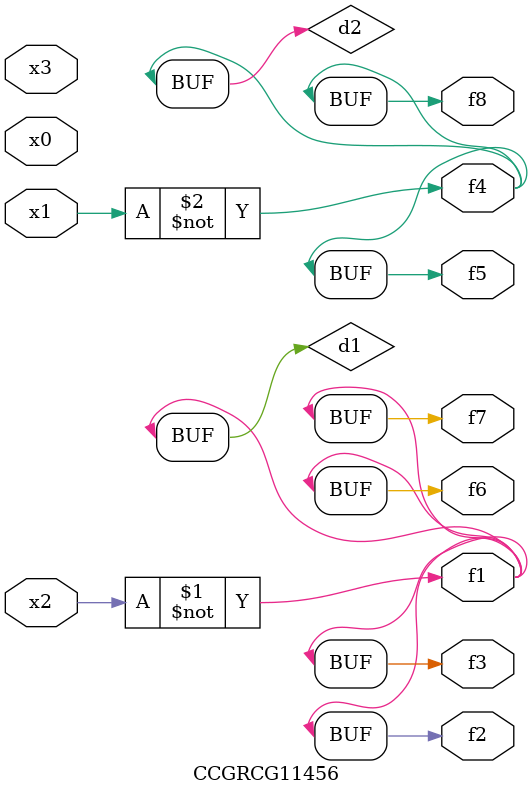
<source format=v>
module CCGRCG11456(
	input x0, x1, x2, x3,
	output f1, f2, f3, f4, f5, f6, f7, f8
);

	wire d1, d2;

	xnor (d1, x2);
	not (d2, x1);
	assign f1 = d1;
	assign f2 = d1;
	assign f3 = d1;
	assign f4 = d2;
	assign f5 = d2;
	assign f6 = d1;
	assign f7 = d1;
	assign f8 = d2;
endmodule

</source>
